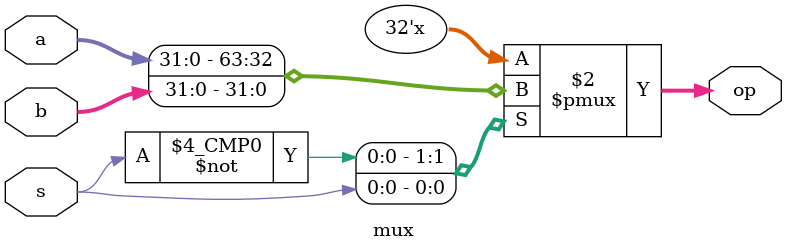
<source format=v>
`timescale 1ns / 1ps


module mux(a,b,s,op);
input [31:0]a,b;
input s;
output reg [31:0]op;
always@(*)
case(s)
0:op<=a; 
1:op<=b; 
1'bx:op<=32'bx;
endcase
endmodule

</source>
